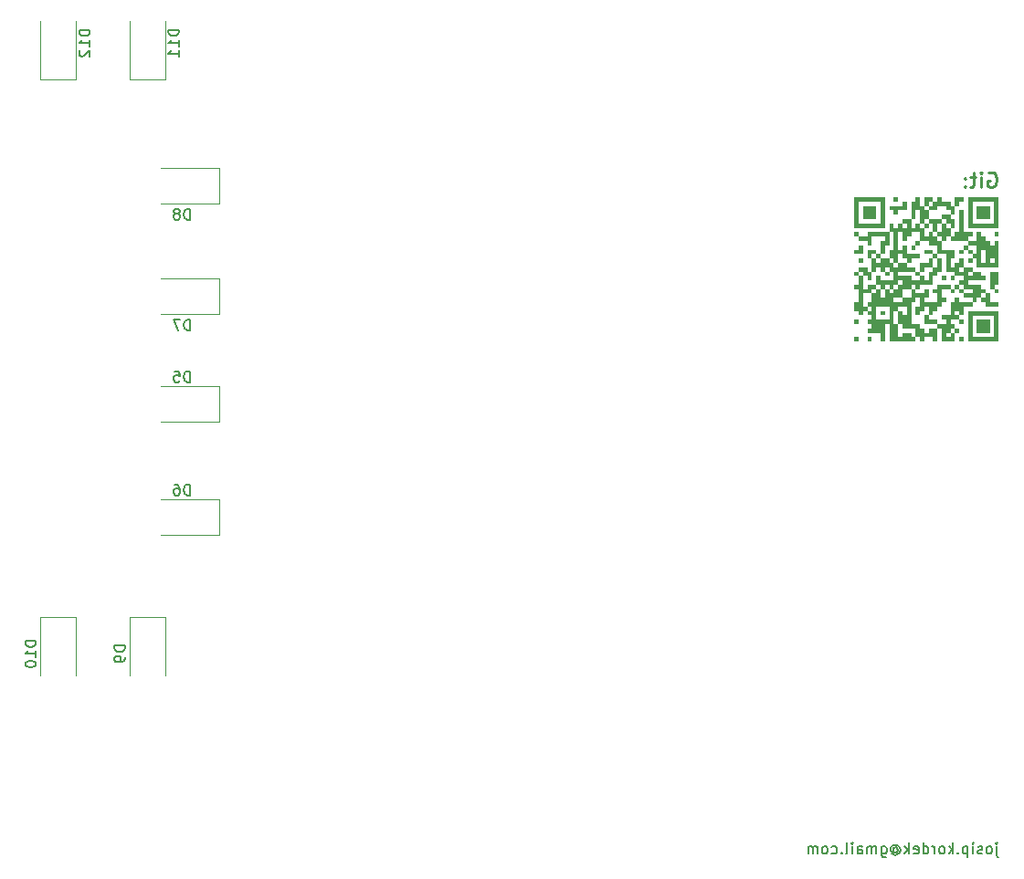
<source format=gbr>
%TF.GenerationSoftware,KiCad,Pcbnew,(6.0.10)*%
%TF.CreationDate,2023-01-19T10:13:04+01:00*%
%TF.ProjectId,myDAQExpansionBoard,6d794441-5145-4787-9061-6e73696f6e42,rev?*%
%TF.SameCoordinates,Original*%
%TF.FileFunction,Legend,Bot*%
%TF.FilePolarity,Positive*%
%FSLAX46Y46*%
G04 Gerber Fmt 4.6, Leading zero omitted, Abs format (unit mm)*
G04 Created by KiCad (PCBNEW (6.0.10)) date 2023-01-19 10:13:04*
%MOMM*%
%LPD*%
G01*
G04 APERTURE LIST*
%ADD10C,0.250000*%
%ADD11C,0.150000*%
%ADD12C,0.120000*%
G04 APERTURE END LIST*
D10*
X159950000Y-67300000D02*
X160083333Y-67233333D01*
X160283333Y-67233333D01*
X160483333Y-67300000D01*
X160616666Y-67433333D01*
X160683333Y-67566666D01*
X160750000Y-67833333D01*
X160750000Y-68033333D01*
X160683333Y-68300000D01*
X160616666Y-68433333D01*
X160483333Y-68566666D01*
X160283333Y-68633333D01*
X160150000Y-68633333D01*
X159950000Y-68566666D01*
X159883333Y-68500000D01*
X159883333Y-68033333D01*
X160150000Y-68033333D01*
X159283333Y-68633333D02*
X159283333Y-67700000D01*
X159283333Y-67233333D02*
X159350000Y-67300000D01*
X159283333Y-67366666D01*
X159216666Y-67300000D01*
X159283333Y-67233333D01*
X159283333Y-67366666D01*
X158816666Y-67700000D02*
X158283333Y-67700000D01*
X158616666Y-67233333D02*
X158616666Y-68433333D01*
X158550000Y-68566666D01*
X158416666Y-68633333D01*
X158283333Y-68633333D01*
X157816666Y-68500000D02*
X157750000Y-68566666D01*
X157816666Y-68633333D01*
X157883333Y-68566666D01*
X157816666Y-68500000D01*
X157816666Y-68633333D01*
X157816666Y-67766666D02*
X157750000Y-67833333D01*
X157816666Y-67900000D01*
X157883333Y-67833333D01*
X157816666Y-67766666D01*
X157816666Y-67900000D01*
D11*
X160738095Y-129785714D02*
X160738095Y-130642857D01*
X160785714Y-130738095D01*
X160880952Y-130785714D01*
X160928571Y-130785714D01*
X160738095Y-129452380D02*
X160785714Y-129500000D01*
X160738095Y-129547619D01*
X160690476Y-129500000D01*
X160738095Y-129452380D01*
X160738095Y-129547619D01*
X160119047Y-130452380D02*
X160214285Y-130404761D01*
X160261904Y-130357142D01*
X160309523Y-130261904D01*
X160309523Y-129976190D01*
X160261904Y-129880952D01*
X160214285Y-129833333D01*
X160119047Y-129785714D01*
X159976190Y-129785714D01*
X159880952Y-129833333D01*
X159833333Y-129880952D01*
X159785714Y-129976190D01*
X159785714Y-130261904D01*
X159833333Y-130357142D01*
X159880952Y-130404761D01*
X159976190Y-130452380D01*
X160119047Y-130452380D01*
X159404761Y-130404761D02*
X159309523Y-130452380D01*
X159119047Y-130452380D01*
X159023809Y-130404761D01*
X158976190Y-130309523D01*
X158976190Y-130261904D01*
X159023809Y-130166666D01*
X159119047Y-130119047D01*
X159261904Y-130119047D01*
X159357142Y-130071428D01*
X159404761Y-129976190D01*
X159404761Y-129928571D01*
X159357142Y-129833333D01*
X159261904Y-129785714D01*
X159119047Y-129785714D01*
X159023809Y-129833333D01*
X158547619Y-130452380D02*
X158547619Y-129785714D01*
X158547619Y-129452380D02*
X158595238Y-129500000D01*
X158547619Y-129547619D01*
X158500000Y-129500000D01*
X158547619Y-129452380D01*
X158547619Y-129547619D01*
X158071428Y-129785714D02*
X158071428Y-130785714D01*
X158071428Y-129833333D02*
X157976190Y-129785714D01*
X157785714Y-129785714D01*
X157690476Y-129833333D01*
X157642857Y-129880952D01*
X157595238Y-129976190D01*
X157595238Y-130261904D01*
X157642857Y-130357142D01*
X157690476Y-130404761D01*
X157785714Y-130452380D01*
X157976190Y-130452380D01*
X158071428Y-130404761D01*
X157166666Y-130357142D02*
X157119047Y-130404761D01*
X157166666Y-130452380D01*
X157214285Y-130404761D01*
X157166666Y-130357142D01*
X157166666Y-130452380D01*
X156690476Y-130452380D02*
X156690476Y-129452380D01*
X156595238Y-130071428D02*
X156309523Y-130452380D01*
X156309523Y-129785714D02*
X156690476Y-130166666D01*
X155738095Y-130452380D02*
X155833333Y-130404761D01*
X155880952Y-130357142D01*
X155928571Y-130261904D01*
X155928571Y-129976190D01*
X155880952Y-129880952D01*
X155833333Y-129833333D01*
X155738095Y-129785714D01*
X155595238Y-129785714D01*
X155500000Y-129833333D01*
X155452380Y-129880952D01*
X155404761Y-129976190D01*
X155404761Y-130261904D01*
X155452380Y-130357142D01*
X155500000Y-130404761D01*
X155595238Y-130452380D01*
X155738095Y-130452380D01*
X154976190Y-130452380D02*
X154976190Y-129785714D01*
X154976190Y-129976190D02*
X154928571Y-129880952D01*
X154880952Y-129833333D01*
X154785714Y-129785714D01*
X154690476Y-129785714D01*
X153928571Y-130452380D02*
X153928571Y-129452380D01*
X153928571Y-130404761D02*
X154023809Y-130452380D01*
X154214285Y-130452380D01*
X154309523Y-130404761D01*
X154357142Y-130357142D01*
X154404761Y-130261904D01*
X154404761Y-129976190D01*
X154357142Y-129880952D01*
X154309523Y-129833333D01*
X154214285Y-129785714D01*
X154023809Y-129785714D01*
X153928571Y-129833333D01*
X153071428Y-130404761D02*
X153166666Y-130452380D01*
X153357142Y-130452380D01*
X153452380Y-130404761D01*
X153500000Y-130309523D01*
X153500000Y-129928571D01*
X153452380Y-129833333D01*
X153357142Y-129785714D01*
X153166666Y-129785714D01*
X153071428Y-129833333D01*
X153023809Y-129928571D01*
X153023809Y-130023809D01*
X153500000Y-130119047D01*
X152595238Y-130452380D02*
X152595238Y-129452380D01*
X152500000Y-130071428D02*
X152214285Y-130452380D01*
X152214285Y-129785714D02*
X152595238Y-130166666D01*
X151166666Y-129976190D02*
X151214285Y-129928571D01*
X151309523Y-129880952D01*
X151404761Y-129880952D01*
X151500000Y-129928571D01*
X151547619Y-129976190D01*
X151595238Y-130071428D01*
X151595238Y-130166666D01*
X151547619Y-130261904D01*
X151500000Y-130309523D01*
X151404761Y-130357142D01*
X151309523Y-130357142D01*
X151214285Y-130309523D01*
X151166666Y-130261904D01*
X151166666Y-129880952D02*
X151166666Y-130261904D01*
X151119047Y-130309523D01*
X151071428Y-130309523D01*
X150976190Y-130261904D01*
X150928571Y-130166666D01*
X150928571Y-129928571D01*
X151023809Y-129785714D01*
X151166666Y-129690476D01*
X151357142Y-129642857D01*
X151547619Y-129690476D01*
X151690476Y-129785714D01*
X151785714Y-129928571D01*
X151833333Y-130119047D01*
X151785714Y-130309523D01*
X151690476Y-130452380D01*
X151547619Y-130547619D01*
X151357142Y-130595238D01*
X151166666Y-130547619D01*
X151023809Y-130452380D01*
X150071428Y-129785714D02*
X150071428Y-130595238D01*
X150119047Y-130690476D01*
X150166666Y-130738095D01*
X150261904Y-130785714D01*
X150404761Y-130785714D01*
X150500000Y-130738095D01*
X150071428Y-130404761D02*
X150166666Y-130452380D01*
X150357142Y-130452380D01*
X150452380Y-130404761D01*
X150500000Y-130357142D01*
X150547619Y-130261904D01*
X150547619Y-129976190D01*
X150500000Y-129880952D01*
X150452380Y-129833333D01*
X150357142Y-129785714D01*
X150166666Y-129785714D01*
X150071428Y-129833333D01*
X149595238Y-130452380D02*
X149595238Y-129785714D01*
X149595238Y-129880952D02*
X149547619Y-129833333D01*
X149452380Y-129785714D01*
X149309523Y-129785714D01*
X149214285Y-129833333D01*
X149166666Y-129928571D01*
X149166666Y-130452380D01*
X149166666Y-129928571D02*
X149119047Y-129833333D01*
X149023809Y-129785714D01*
X148880952Y-129785714D01*
X148785714Y-129833333D01*
X148738095Y-129928571D01*
X148738095Y-130452380D01*
X147833333Y-130452380D02*
X147833333Y-129928571D01*
X147880952Y-129833333D01*
X147976190Y-129785714D01*
X148166666Y-129785714D01*
X148261904Y-129833333D01*
X147833333Y-130404761D02*
X147928571Y-130452380D01*
X148166666Y-130452380D01*
X148261904Y-130404761D01*
X148309523Y-130309523D01*
X148309523Y-130214285D01*
X148261904Y-130119047D01*
X148166666Y-130071428D01*
X147928571Y-130071428D01*
X147833333Y-130023809D01*
X147357142Y-130452380D02*
X147357142Y-129785714D01*
X147357142Y-129452380D02*
X147404761Y-129500000D01*
X147357142Y-129547619D01*
X147309523Y-129500000D01*
X147357142Y-129452380D01*
X147357142Y-129547619D01*
X146738095Y-130452380D02*
X146833333Y-130404761D01*
X146880952Y-130309523D01*
X146880952Y-129452380D01*
X146357142Y-130357142D02*
X146309523Y-130404761D01*
X146357142Y-130452380D01*
X146404761Y-130404761D01*
X146357142Y-130357142D01*
X146357142Y-130452380D01*
X145452380Y-130404761D02*
X145547619Y-130452380D01*
X145738095Y-130452380D01*
X145833333Y-130404761D01*
X145880952Y-130357142D01*
X145928571Y-130261904D01*
X145928571Y-129976190D01*
X145880952Y-129880952D01*
X145833333Y-129833333D01*
X145738095Y-129785714D01*
X145547619Y-129785714D01*
X145452380Y-129833333D01*
X144880952Y-130452380D02*
X144976190Y-130404761D01*
X145023809Y-130357142D01*
X145071428Y-130261904D01*
X145071428Y-129976190D01*
X145023809Y-129880952D01*
X144976190Y-129833333D01*
X144880952Y-129785714D01*
X144738095Y-129785714D01*
X144642857Y-129833333D01*
X144595238Y-129880952D01*
X144547619Y-129976190D01*
X144547619Y-130261904D01*
X144595238Y-130357142D01*
X144642857Y-130404761D01*
X144738095Y-130452380D01*
X144880952Y-130452380D01*
X144119047Y-130452380D02*
X144119047Y-129785714D01*
X144119047Y-129880952D02*
X144071428Y-129833333D01*
X143976190Y-129785714D01*
X143833333Y-129785714D01*
X143738095Y-129833333D01*
X143690476Y-129928571D01*
X143690476Y-130452380D01*
X143690476Y-129928571D02*
X143642857Y-129833333D01*
X143547619Y-129785714D01*
X143404761Y-129785714D01*
X143309523Y-129833333D01*
X143261904Y-129928571D01*
X143261904Y-130452380D01*
%TO.C,D6*%
X85988095Y-97202380D02*
X85988095Y-96202380D01*
X85750000Y-96202380D01*
X85607142Y-96250000D01*
X85511904Y-96345238D01*
X85464285Y-96440476D01*
X85416666Y-96630952D01*
X85416666Y-96773809D01*
X85464285Y-96964285D01*
X85511904Y-97059523D01*
X85607142Y-97154761D01*
X85750000Y-97202380D01*
X85988095Y-97202380D01*
X84559523Y-96202380D02*
X84750000Y-96202380D01*
X84845238Y-96250000D01*
X84892857Y-96297619D01*
X84988095Y-96440476D01*
X85035714Y-96630952D01*
X85035714Y-97011904D01*
X84988095Y-97107142D01*
X84940476Y-97154761D01*
X84845238Y-97202380D01*
X84654761Y-97202380D01*
X84559523Y-97154761D01*
X84511904Y-97107142D01*
X84464285Y-97011904D01*
X84464285Y-96773809D01*
X84511904Y-96678571D01*
X84559523Y-96630952D01*
X84654761Y-96583333D01*
X84845238Y-96583333D01*
X84940476Y-96630952D01*
X84988095Y-96678571D01*
X85035714Y-96773809D01*
%TO.C,D5*%
X85988095Y-86702380D02*
X85988095Y-85702380D01*
X85750000Y-85702380D01*
X85607142Y-85750000D01*
X85511904Y-85845238D01*
X85464285Y-85940476D01*
X85416666Y-86130952D01*
X85416666Y-86273809D01*
X85464285Y-86464285D01*
X85511904Y-86559523D01*
X85607142Y-86654761D01*
X85750000Y-86702380D01*
X85988095Y-86702380D01*
X84511904Y-85702380D02*
X84988095Y-85702380D01*
X85035714Y-86178571D01*
X84988095Y-86130952D01*
X84892857Y-86083333D01*
X84654761Y-86083333D01*
X84559523Y-86130952D01*
X84511904Y-86178571D01*
X84464285Y-86273809D01*
X84464285Y-86511904D01*
X84511904Y-86607142D01*
X84559523Y-86654761D01*
X84654761Y-86702380D01*
X84892857Y-86702380D01*
X84988095Y-86654761D01*
X85035714Y-86607142D01*
%TO.C,D10*%
X71702380Y-110685714D02*
X70702380Y-110685714D01*
X70702380Y-110923809D01*
X70750000Y-111066666D01*
X70845238Y-111161904D01*
X70940476Y-111209523D01*
X71130952Y-111257142D01*
X71273809Y-111257142D01*
X71464285Y-111209523D01*
X71559523Y-111161904D01*
X71654761Y-111066666D01*
X71702380Y-110923809D01*
X71702380Y-110685714D01*
X71702380Y-112209523D02*
X71702380Y-111638095D01*
X71702380Y-111923809D02*
X70702380Y-111923809D01*
X70845238Y-111828571D01*
X70940476Y-111733333D01*
X70988095Y-111638095D01*
X70702380Y-112828571D02*
X70702380Y-112923809D01*
X70750000Y-113019047D01*
X70797619Y-113066666D01*
X70892857Y-113114285D01*
X71083333Y-113161904D01*
X71321428Y-113161904D01*
X71511904Y-113114285D01*
X71607142Y-113066666D01*
X71654761Y-113019047D01*
X71702380Y-112923809D01*
X71702380Y-112828571D01*
X71654761Y-112733333D01*
X71607142Y-112685714D01*
X71511904Y-112638095D01*
X71321428Y-112590476D01*
X71083333Y-112590476D01*
X70892857Y-112638095D01*
X70797619Y-112685714D01*
X70750000Y-112733333D01*
X70702380Y-112828571D01*
%TO.C,D11*%
X84952380Y-54035714D02*
X83952380Y-54035714D01*
X83952380Y-54273809D01*
X84000000Y-54416666D01*
X84095238Y-54511904D01*
X84190476Y-54559523D01*
X84380952Y-54607142D01*
X84523809Y-54607142D01*
X84714285Y-54559523D01*
X84809523Y-54511904D01*
X84904761Y-54416666D01*
X84952380Y-54273809D01*
X84952380Y-54035714D01*
X84952380Y-55559523D02*
X84952380Y-54988095D01*
X84952380Y-55273809D02*
X83952380Y-55273809D01*
X84095238Y-55178571D01*
X84190476Y-55083333D01*
X84238095Y-54988095D01*
X84952380Y-56511904D02*
X84952380Y-55940476D01*
X84952380Y-56226190D02*
X83952380Y-56226190D01*
X84095238Y-56130952D01*
X84190476Y-56035714D01*
X84238095Y-55940476D01*
%TO.C,D9*%
X79952380Y-111161904D02*
X78952380Y-111161904D01*
X78952380Y-111400000D01*
X79000000Y-111542857D01*
X79095238Y-111638095D01*
X79190476Y-111685714D01*
X79380952Y-111733333D01*
X79523809Y-111733333D01*
X79714285Y-111685714D01*
X79809523Y-111638095D01*
X79904761Y-111542857D01*
X79952380Y-111400000D01*
X79952380Y-111161904D01*
X79952380Y-112209523D02*
X79952380Y-112400000D01*
X79904761Y-112495238D01*
X79857142Y-112542857D01*
X79714285Y-112638095D01*
X79523809Y-112685714D01*
X79142857Y-112685714D01*
X79047619Y-112638095D01*
X79000000Y-112590476D01*
X78952380Y-112495238D01*
X78952380Y-112304761D01*
X79000000Y-112209523D01*
X79047619Y-112161904D01*
X79142857Y-112114285D01*
X79380952Y-112114285D01*
X79476190Y-112161904D01*
X79523809Y-112209523D01*
X79571428Y-112304761D01*
X79571428Y-112495238D01*
X79523809Y-112590476D01*
X79476190Y-112638095D01*
X79380952Y-112685714D01*
%TO.C,D7*%
X85988095Y-81902380D02*
X85988095Y-80902380D01*
X85750000Y-80902380D01*
X85607142Y-80950000D01*
X85511904Y-81045238D01*
X85464285Y-81140476D01*
X85416666Y-81330952D01*
X85416666Y-81473809D01*
X85464285Y-81664285D01*
X85511904Y-81759523D01*
X85607142Y-81854761D01*
X85750000Y-81902380D01*
X85988095Y-81902380D01*
X85083333Y-80902380D02*
X84416666Y-80902380D01*
X84845238Y-81902380D01*
%TO.C,D12*%
X76702380Y-54035714D02*
X75702380Y-54035714D01*
X75702380Y-54273809D01*
X75750000Y-54416666D01*
X75845238Y-54511904D01*
X75940476Y-54559523D01*
X76130952Y-54607142D01*
X76273809Y-54607142D01*
X76464285Y-54559523D01*
X76559523Y-54511904D01*
X76654761Y-54416666D01*
X76702380Y-54273809D01*
X76702380Y-54035714D01*
X76702380Y-55559523D02*
X76702380Y-54988095D01*
X76702380Y-55273809D02*
X75702380Y-55273809D01*
X75845238Y-55178571D01*
X75940476Y-55083333D01*
X75988095Y-54988095D01*
X75797619Y-55940476D02*
X75750000Y-55988095D01*
X75702380Y-56083333D01*
X75702380Y-56321428D01*
X75750000Y-56416666D01*
X75797619Y-56464285D01*
X75892857Y-56511904D01*
X75988095Y-56511904D01*
X76130952Y-56464285D01*
X76702380Y-55892857D01*
X76702380Y-56511904D01*
%TO.C,D8*%
X85988095Y-71652380D02*
X85988095Y-70652380D01*
X85750000Y-70652380D01*
X85607142Y-70700000D01*
X85511904Y-70795238D01*
X85464285Y-70890476D01*
X85416666Y-71080952D01*
X85416666Y-71223809D01*
X85464285Y-71414285D01*
X85511904Y-71509523D01*
X85607142Y-71604761D01*
X85750000Y-71652380D01*
X85988095Y-71652380D01*
X84845238Y-71080952D02*
X84940476Y-71033333D01*
X84988095Y-70985714D01*
X85035714Y-70890476D01*
X85035714Y-70842857D01*
X84988095Y-70747619D01*
X84940476Y-70700000D01*
X84845238Y-70652380D01*
X84654761Y-70652380D01*
X84559523Y-70700000D01*
X84511904Y-70747619D01*
X84464285Y-70842857D01*
X84464285Y-70890476D01*
X84511904Y-70985714D01*
X84559523Y-71033333D01*
X84654761Y-71080952D01*
X84845238Y-71080952D01*
X84940476Y-71128571D01*
X84988095Y-71176190D01*
X85035714Y-71271428D01*
X85035714Y-71461904D01*
X84988095Y-71557142D01*
X84940476Y-71604761D01*
X84845238Y-71652380D01*
X84654761Y-71652380D01*
X84559523Y-71604761D01*
X84511904Y-71557142D01*
X84464285Y-71461904D01*
X84464285Y-71271428D01*
X84511904Y-71176190D01*
X84559523Y-71128571D01*
X84654761Y-71080952D01*
D12*
%TO.C,D6*%
X88650000Y-100900000D02*
X83250000Y-100900000D01*
X88650000Y-97600000D02*
X88650000Y-100900000D01*
X88650000Y-97600000D02*
X83250000Y-97600000D01*
%TO.C,G\u002A\u002A\u002A*%
G36*
X149580690Y-71593770D02*
G01*
X148364315Y-71593770D01*
X148364315Y-70377395D01*
X149580690Y-70377395D01*
X149580690Y-71593770D01*
G37*
G36*
X157689856Y-74837436D02*
G01*
X157284397Y-74837436D01*
X157284397Y-74431978D01*
X157689856Y-74431978D01*
X157689856Y-74837436D01*
G37*
G36*
X155662564Y-71999228D02*
G01*
X155257106Y-71999228D01*
X155257106Y-72810144D01*
X154851648Y-72810144D01*
X154851648Y-71999228D01*
X154446189Y-71999228D01*
X154446189Y-71593770D01*
X155662564Y-71593770D01*
X155662564Y-71999228D01*
G37*
G36*
X147958857Y-73215603D02*
G01*
X147553398Y-73215603D01*
X147553398Y-72810144D01*
X147958857Y-72810144D01*
X147958857Y-73215603D01*
G37*
G36*
X157689856Y-81324769D02*
G01*
X157284397Y-81324769D01*
X157284397Y-80919310D01*
X157689856Y-80919310D01*
X157689856Y-81324769D01*
G37*
G36*
X160933522Y-78486560D02*
G01*
X160528064Y-78486560D01*
X160528064Y-78081102D01*
X160933522Y-78081102D01*
X160933522Y-78486560D01*
G37*
G36*
X160933522Y-77675644D02*
G01*
X160528064Y-77675644D01*
X160528064Y-78081102D01*
X160122605Y-78081102D01*
X160122605Y-76459269D01*
X160933522Y-76459269D01*
X160933522Y-77675644D01*
G37*
G36*
X152418898Y-70782853D02*
G01*
X151607981Y-70782853D01*
X151607981Y-71188311D01*
X151202523Y-71188311D01*
X151202523Y-70782853D01*
X150797065Y-70782853D01*
X150797065Y-70377395D01*
X152013440Y-70377395D01*
X152013440Y-69971936D01*
X152418898Y-69971936D01*
X152418898Y-70782853D01*
G37*
G36*
X157689856Y-78486560D02*
G01*
X157284397Y-78486560D01*
X157284397Y-78081102D01*
X157689856Y-78081102D01*
X157689856Y-78486560D01*
G37*
G36*
X147553398Y-72404686D02*
G01*
X147553398Y-71973069D01*
X147985015Y-71973069D01*
X149959989Y-71973069D01*
X149959989Y-69998095D01*
X147985015Y-69998095D01*
X147985015Y-71973069D01*
X147553398Y-71973069D01*
X147553398Y-69566478D01*
X150391606Y-69566478D01*
X150391606Y-72404686D01*
X147553398Y-72404686D01*
G37*
G36*
X154446189Y-72404686D02*
G01*
X154040731Y-72404686D01*
X154040731Y-71999228D01*
X154446189Y-71999228D01*
X154446189Y-72404686D01*
G37*
G36*
X148364315Y-74837436D02*
G01*
X147553398Y-74837436D01*
X147553398Y-74431978D01*
X147958857Y-74431978D01*
X147958857Y-74026519D01*
X148364315Y-74026519D01*
X148364315Y-74837436D01*
G37*
G36*
X155257106Y-75242894D02*
G01*
X154851648Y-75242894D01*
X154851648Y-74837436D01*
X155257106Y-74837436D01*
X155257106Y-75242894D01*
G37*
G36*
X153229814Y-74431978D02*
G01*
X152824356Y-74431978D01*
X152824356Y-74026519D01*
X153229814Y-74026519D01*
X153229814Y-74431978D01*
G37*
G36*
X158906230Y-76053811D02*
G01*
X158906230Y-75648352D01*
X159311689Y-75648352D01*
X160528064Y-75648352D01*
X160528064Y-75242894D01*
X160122605Y-75242894D01*
X160122605Y-75648352D01*
X159717147Y-75648352D01*
X159717147Y-74431978D01*
X159311689Y-74431978D01*
X159311689Y-75648352D01*
X158906230Y-75648352D01*
X158906230Y-75242894D01*
X158500772Y-75242894D01*
X158500772Y-74837436D01*
X158095314Y-74837436D01*
X158095314Y-74431978D01*
X158500772Y-74431978D01*
X158500772Y-74837436D01*
X158906230Y-74837436D01*
X158906230Y-74026519D01*
X158095314Y-74026519D01*
X158095314Y-74431978D01*
X157689856Y-74431978D01*
X157689856Y-74026519D01*
X158095314Y-74026519D01*
X158095314Y-73621061D01*
X158906230Y-73621061D01*
X158906230Y-72810144D01*
X159311689Y-72810144D01*
X159311689Y-73215603D01*
X159717147Y-73215603D01*
X159717147Y-73621061D01*
X160122605Y-73621061D01*
X160122605Y-74026519D01*
X160528064Y-74026519D01*
X160528064Y-73621061D01*
X160933522Y-73621061D01*
X160933522Y-76053811D01*
X158906230Y-76053811D01*
G37*
G36*
X150797065Y-74026519D02*
G01*
X150391606Y-74026519D01*
X150391606Y-74837436D01*
X149986148Y-74837436D01*
X149986148Y-73621061D01*
X150391606Y-73621061D01*
X150391606Y-73215603D01*
X149175231Y-73215603D01*
X149175231Y-74026519D01*
X148769773Y-74026519D01*
X148769773Y-73621061D01*
X147958857Y-73621061D01*
X147958857Y-73215603D01*
X148769773Y-73215603D01*
X148769773Y-72810144D01*
X150797065Y-72810144D01*
X150797065Y-74026519D01*
G37*
G36*
X147958857Y-76864727D02*
G01*
X147553398Y-76864727D01*
X147553398Y-76459269D01*
X147958857Y-76459269D01*
X147958857Y-76864727D01*
G37*
G36*
X147958857Y-82946602D02*
G01*
X147553398Y-82946602D01*
X147553398Y-82541143D01*
X147958857Y-82541143D01*
X147958857Y-82946602D01*
G37*
G36*
X158095314Y-72404686D02*
G01*
X158095314Y-71973069D01*
X158526931Y-71973069D01*
X160501905Y-71973069D01*
X160501905Y-69998095D01*
X158526931Y-69998095D01*
X158526931Y-71973069D01*
X158095314Y-71973069D01*
X158095314Y-69566478D01*
X160933522Y-69566478D01*
X160933522Y-72404686D01*
X158095314Y-72404686D01*
G37*
G36*
X160122605Y-82135685D02*
G01*
X158906230Y-82135685D01*
X158906230Y-80919310D01*
X160122605Y-80919310D01*
X160122605Y-82135685D01*
G37*
G36*
X160933522Y-73215603D02*
G01*
X160528064Y-73215603D01*
X160528064Y-72810144D01*
X160933522Y-72810144D01*
X160933522Y-73215603D01*
G37*
G36*
X150391606Y-80513852D02*
G01*
X149986148Y-80513852D01*
X149986148Y-80108394D01*
X150391606Y-80108394D01*
X150391606Y-80513852D01*
G37*
G36*
X156068022Y-77270186D02*
G01*
X155662564Y-77270186D01*
X155662564Y-76864727D01*
X156068022Y-76864727D01*
X156068022Y-77270186D01*
G37*
G36*
X154851648Y-76053811D02*
G01*
X154040731Y-76053811D01*
X154040731Y-76459269D01*
X153635273Y-76459269D01*
X153635273Y-75648352D01*
X154446189Y-75648352D01*
X154446189Y-75242894D01*
X154851648Y-75242894D01*
X154851648Y-76053811D01*
G37*
G36*
X150797065Y-76864727D02*
G01*
X150391606Y-76864727D01*
X150391606Y-76459269D01*
X150797065Y-76459269D01*
X150797065Y-76864727D01*
G37*
G36*
X153635273Y-76864727D02*
G01*
X153229814Y-76864727D01*
X153229814Y-76459269D01*
X153635273Y-76459269D01*
X153635273Y-76864727D01*
G37*
G36*
X148364315Y-75648352D02*
G01*
X147958857Y-75648352D01*
X147958857Y-75242894D01*
X148364315Y-75242894D01*
X148364315Y-75648352D01*
G37*
G36*
X157284397Y-78081102D02*
G01*
X156878939Y-78081102D01*
X156878939Y-77675644D01*
X157284397Y-77675644D01*
X157284397Y-78081102D01*
G37*
G36*
X154851648Y-74837436D02*
G01*
X154040731Y-74837436D01*
X154040731Y-74431978D01*
X154851648Y-74431978D01*
X154851648Y-74837436D01*
G37*
G36*
X160122605Y-71593770D02*
G01*
X158906230Y-71593770D01*
X158906230Y-70377395D01*
X160122605Y-70377395D01*
X160122605Y-71593770D01*
G37*
G36*
X157689856Y-69971936D02*
G01*
X157284397Y-69971936D01*
X157284397Y-70377395D01*
X156878939Y-70377395D01*
X156878939Y-69566478D01*
X157689856Y-69566478D01*
X157689856Y-69971936D01*
G37*
G36*
X156878939Y-77270186D02*
G01*
X156473481Y-77270186D01*
X156473481Y-76864727D01*
X156878939Y-76864727D01*
X156878939Y-77270186D01*
G37*
G36*
X149175231Y-82946602D02*
G01*
X148769773Y-82946602D01*
X148769773Y-82541143D01*
X149175231Y-82541143D01*
X149175231Y-82946602D01*
G37*
G36*
X157689856Y-82946602D02*
G01*
X157284397Y-82946602D01*
X157284397Y-82541143D01*
X157689856Y-82541143D01*
X157689856Y-82946602D01*
G37*
G36*
X156878939Y-78486560D02*
G01*
X156473481Y-78486560D01*
X156473481Y-78081102D01*
X156878939Y-78081102D01*
X156878939Y-78486560D01*
G37*
G36*
X147958857Y-81324769D02*
G01*
X147553398Y-81324769D01*
X147553398Y-80919310D01*
X147958857Y-80919310D01*
X147958857Y-81324769D01*
G37*
G36*
X157689856Y-72810144D02*
G01*
X158500772Y-72810144D01*
X158500772Y-73215603D01*
X158095314Y-73215603D01*
X158095314Y-73621061D01*
X156473481Y-73621061D01*
X156473481Y-73215603D01*
X156878939Y-73215603D01*
X156878939Y-72810144D01*
X157284397Y-72810144D01*
X157284397Y-70782853D01*
X157689856Y-70782853D01*
X157689856Y-72810144D01*
G37*
G36*
X153635273Y-74026519D02*
G01*
X153229814Y-74026519D01*
X153229814Y-73621061D01*
X153635273Y-73621061D01*
X153635273Y-74026519D01*
G37*
G36*
X159717147Y-78486560D02*
G01*
X160122605Y-78486560D01*
X160122605Y-79297477D01*
X160933522Y-79297477D01*
X160933522Y-79702935D01*
X159717147Y-79702935D01*
X159717147Y-79297477D01*
X159311689Y-79297477D01*
X159311689Y-78892019D01*
X159717147Y-78892019D01*
X159717147Y-78486560D01*
G37*
G36*
X149986148Y-75242894D02*
G01*
X150797065Y-75242894D01*
X150797065Y-74431978D01*
X151202523Y-74431978D01*
X151202523Y-72810144D01*
X150797065Y-72810144D01*
X150797065Y-71999228D01*
X151202523Y-71999228D01*
X151202523Y-72404686D01*
X151607981Y-72404686D01*
X152013440Y-72404686D01*
X152418898Y-72404686D01*
X152418898Y-71999228D01*
X152013440Y-71999228D01*
X152013440Y-72404686D01*
X151607981Y-72404686D01*
X151607981Y-71999228D01*
X152013440Y-71999228D01*
X152013440Y-71593770D01*
X152824356Y-71593770D01*
X152824356Y-69971936D01*
X153229814Y-69971936D01*
X153229814Y-69566478D01*
X153635273Y-69566478D01*
X153635273Y-70377395D01*
X154040731Y-70377395D01*
X154040731Y-69566478D01*
X154851648Y-69566478D01*
X154851648Y-69971936D01*
X155257106Y-69971936D01*
X155257106Y-69566478D01*
X155662564Y-69566478D01*
X155662564Y-69971936D01*
X156473481Y-69971936D01*
X156473481Y-70377395D01*
X156878939Y-70377395D01*
X156878939Y-71188311D01*
X156473481Y-71188311D01*
X156473481Y-70782853D01*
X156068022Y-70782853D01*
X156068022Y-70377395D01*
X155257106Y-70377395D01*
X155257106Y-70782853D01*
X154446189Y-70782853D01*
X154446189Y-70377395D01*
X154851648Y-70377395D01*
X154851648Y-69971936D01*
X154446189Y-69971936D01*
X154446189Y-70377395D01*
X154040731Y-70377395D01*
X154040731Y-70782853D01*
X154446189Y-70782853D01*
X154446189Y-71593770D01*
X154040731Y-71593770D01*
X154040731Y-71999228D01*
X153635273Y-71999228D01*
X153635273Y-70782853D01*
X153229814Y-70782853D01*
X153229814Y-71593770D01*
X152824356Y-71593770D01*
X152824356Y-72404686D01*
X153229814Y-72404686D01*
X153229814Y-71999228D01*
X153635273Y-71999228D01*
X153635273Y-72404686D01*
X154040731Y-72404686D01*
X154040731Y-73215603D01*
X154446189Y-73215603D01*
X154446189Y-72810144D01*
X154851648Y-72810144D01*
X154851648Y-73215603D01*
X155257106Y-73215603D01*
X155257106Y-72810144D01*
X155662564Y-72810144D01*
X155662564Y-71999228D01*
X156068022Y-71999228D01*
X156068022Y-71593770D01*
X155662564Y-71593770D01*
X155662564Y-71188311D01*
X156473481Y-71188311D01*
X156473481Y-71593770D01*
X156878939Y-71593770D01*
X156878939Y-72404686D01*
X156473481Y-72404686D01*
X156473481Y-71999228D01*
X156068022Y-71999228D01*
X156068022Y-72404686D01*
X156473481Y-72404686D01*
X156473481Y-73215603D01*
X156068022Y-73215603D01*
X156068022Y-73621061D01*
X155662564Y-73621061D01*
X155662564Y-73215603D01*
X155257106Y-73215603D01*
X155257106Y-73621061D01*
X155662564Y-73621061D01*
X155662564Y-74431978D01*
X156878939Y-74431978D01*
X156878939Y-75242894D01*
X156473481Y-75242894D01*
X156473481Y-76053811D01*
X156878939Y-76053811D01*
X156878939Y-75648352D01*
X157284397Y-75648352D01*
X157284397Y-75242894D01*
X157689856Y-75242894D01*
X157689856Y-76053811D01*
X157284397Y-76053811D01*
X157284397Y-76459269D01*
X157689856Y-76459269D01*
X157689856Y-76053811D01*
X158500772Y-76053811D01*
X158500772Y-76459269D01*
X159311689Y-76459269D01*
X159311689Y-76864727D01*
X159717147Y-76864727D01*
X159717147Y-77270186D01*
X158095314Y-77270186D01*
X158095314Y-77675644D01*
X159311689Y-77675644D01*
X159311689Y-78081102D01*
X159717147Y-78081102D01*
X159717147Y-78486560D01*
X159311689Y-78486560D01*
X159311689Y-78892019D01*
X158906230Y-78892019D01*
X158906230Y-79297477D01*
X158500772Y-79297477D01*
X158500772Y-78892019D01*
X157689856Y-78892019D01*
X157689856Y-78486560D01*
X158500772Y-78486560D01*
X158500772Y-78081102D01*
X157689856Y-78081102D01*
X157689856Y-77675644D01*
X157284397Y-77675644D01*
X157284397Y-77270186D01*
X157689856Y-77270186D01*
X157689856Y-76864727D01*
X158095314Y-76864727D01*
X158500772Y-76864727D01*
X158500772Y-76459269D01*
X158095314Y-76459269D01*
X158095314Y-76864727D01*
X157689856Y-76864727D01*
X156878939Y-76864727D01*
X156878939Y-76459269D01*
X156068022Y-76459269D01*
X156068022Y-74837436D01*
X155257106Y-74837436D01*
X155257106Y-74026519D01*
X154446189Y-74026519D01*
X154446189Y-73621061D01*
X153635273Y-73621061D01*
X153635273Y-72810144D01*
X152824356Y-72810144D01*
X152824356Y-73215603D01*
X152418898Y-73215603D01*
X152418898Y-73621061D01*
X152013440Y-73621061D01*
X152013440Y-72810144D01*
X151607981Y-72810144D01*
X151607981Y-74431978D01*
X152013440Y-74431978D01*
X152013440Y-74026519D01*
X152418898Y-74026519D01*
X152418898Y-74837436D01*
X153635273Y-74837436D01*
X153635273Y-75242894D01*
X152824356Y-75242894D01*
X152824356Y-75648352D01*
X152418898Y-75648352D01*
X152418898Y-75242894D01*
X152013440Y-75242894D01*
X152013440Y-74837436D01*
X151607981Y-74837436D01*
X151607981Y-75648352D01*
X152418898Y-75648352D01*
X152418898Y-76053811D01*
X153229814Y-76053811D01*
X153229814Y-76459269D01*
X151607981Y-76459269D01*
X151607981Y-76864727D01*
X152824356Y-76864727D01*
X152824356Y-77270186D01*
X153635273Y-77270186D01*
X153635273Y-76864727D01*
X154040731Y-76864727D01*
X154040731Y-77270186D01*
X154446189Y-77270186D01*
X154446189Y-76459269D01*
X154851648Y-76459269D01*
X154851648Y-76053811D01*
X155257106Y-76053811D01*
X155257106Y-75242894D01*
X155662564Y-75242894D01*
X155662564Y-76459269D01*
X155257106Y-76459269D01*
X155257106Y-76864727D01*
X154851648Y-76864727D01*
X154851648Y-77675644D01*
X153635273Y-77675644D01*
X153635273Y-78081102D01*
X153229814Y-78081102D01*
X153229814Y-77675644D01*
X152824356Y-77675644D01*
X152824356Y-78081102D01*
X153229814Y-78081102D01*
X153229814Y-78486560D01*
X154040731Y-78486560D01*
X154040731Y-78081102D01*
X154446189Y-78081102D01*
X154446189Y-78892019D01*
X154040731Y-78892019D01*
X154040731Y-79297477D01*
X155257106Y-79297477D01*
X155257106Y-78486560D01*
X154851648Y-78486560D01*
X154851648Y-78081102D01*
X155257106Y-78081102D01*
X155257106Y-77675644D01*
X156473481Y-77675644D01*
X156473481Y-78081102D01*
X155662564Y-78081102D01*
X155662564Y-78892019D01*
X156068022Y-78892019D01*
X156068022Y-79297477D01*
X155662564Y-79297477D01*
X155662564Y-79702935D01*
X155257106Y-79702935D01*
X155257106Y-80108394D01*
X154851648Y-80108394D01*
X154851648Y-80513852D01*
X154446189Y-80513852D01*
X154446189Y-79702935D01*
X154040731Y-79702935D01*
X154040731Y-80108394D01*
X153635273Y-80108394D01*
X153635273Y-80513852D01*
X153229814Y-80513852D01*
X153229814Y-79702935D01*
X153635273Y-79702935D01*
X153635273Y-78892019D01*
X153229814Y-78892019D01*
X153229814Y-79297477D01*
X152824356Y-79297477D01*
X152824356Y-81324769D01*
X153635273Y-81324769D01*
X153635273Y-81730227D01*
X154040731Y-81730227D01*
X154040731Y-82135685D01*
X154446189Y-82135685D01*
X154446189Y-81730227D01*
X155257106Y-81730227D01*
X155257106Y-82946602D01*
X154851648Y-82946602D01*
X154851648Y-82541143D01*
X154040731Y-82541143D01*
X154040731Y-82946602D01*
X153635273Y-82946602D01*
X153635273Y-82541143D01*
X153229814Y-82541143D01*
X153229814Y-81730227D01*
X152013440Y-81730227D01*
X152013440Y-81324769D01*
X151607981Y-81324769D01*
X151607981Y-80108394D01*
X152013440Y-80108394D01*
X152013440Y-80513852D01*
X152418898Y-80513852D01*
X152418898Y-79702935D01*
X151607981Y-79702935D01*
X151607981Y-80108394D01*
X151202523Y-80108394D01*
X151202523Y-81324769D01*
X151607981Y-81324769D01*
X151607981Y-82541143D01*
X152013440Y-82541143D01*
X152013440Y-82135685D01*
X152824356Y-82135685D01*
X152824356Y-82541143D01*
X153229814Y-82541143D01*
X153229814Y-82946602D01*
X150797065Y-82946602D01*
X150797065Y-81324769D01*
X150391606Y-81324769D01*
X150391606Y-82946602D01*
X149986148Y-82946602D01*
X149986148Y-82135685D01*
X148769773Y-82135685D01*
X148769773Y-81730227D01*
X149175231Y-81730227D01*
X149175231Y-81324769D01*
X148769773Y-81324769D01*
X148769773Y-80919310D01*
X149175231Y-80919310D01*
X149580690Y-80919310D01*
X150797065Y-80919310D01*
X150797065Y-79702935D01*
X149580690Y-79702935D01*
X149580690Y-80919310D01*
X149175231Y-80919310D01*
X149175231Y-80513852D01*
X148769773Y-80513852D01*
X148769773Y-80108394D01*
X149175231Y-80108394D01*
X149175231Y-79702935D01*
X148769773Y-79702935D01*
X148769773Y-80108394D01*
X148364315Y-80108394D01*
X148364315Y-80513852D01*
X147958857Y-80513852D01*
X147958857Y-80108394D01*
X147553398Y-80108394D01*
X147553398Y-79702935D01*
X148364315Y-79702935D01*
X148769773Y-79702935D01*
X148769773Y-79297477D01*
X152013440Y-79297477D01*
X152013440Y-78892019D01*
X152824356Y-78892019D01*
X152824356Y-78081102D01*
X152013440Y-78081102D01*
X152013440Y-78892019D01*
X151202523Y-78892019D01*
X151202523Y-79297477D01*
X149175231Y-79297477D01*
X149175231Y-78486560D01*
X149580690Y-78486560D01*
X149580690Y-78081102D01*
X149986148Y-78081102D01*
X149986148Y-78892019D01*
X150391606Y-78892019D01*
X150391606Y-78081102D01*
X150797065Y-78081102D01*
X150797065Y-78486560D01*
X151202523Y-78486560D01*
X151202523Y-78081102D01*
X151607981Y-78081102D01*
X151607981Y-77675644D01*
X152013440Y-77675644D01*
X152013440Y-77270186D01*
X151607981Y-77270186D01*
X151607981Y-77675644D01*
X151202523Y-77675644D01*
X151202523Y-78081102D01*
X150797065Y-78081102D01*
X150797065Y-77675644D01*
X150391606Y-77675644D01*
X150391606Y-78081102D01*
X149986148Y-78081102D01*
X149986148Y-77675644D01*
X149580690Y-77675644D01*
X149580690Y-78081102D01*
X149175231Y-78081102D01*
X149175231Y-78486560D01*
X148364315Y-78486560D01*
X148364315Y-79702935D01*
X147553398Y-79702935D01*
X147553398Y-79297477D01*
X147958857Y-79297477D01*
X147958857Y-78081102D01*
X148364315Y-78081102D01*
X148769773Y-78081102D01*
X148769773Y-77675644D01*
X149580690Y-77675644D01*
X149580690Y-76864727D01*
X149986148Y-76864727D01*
X149986148Y-77270186D01*
X151202523Y-77270186D01*
X151202523Y-76459269D01*
X150797065Y-76459269D01*
X150797065Y-76053811D01*
X150391606Y-76053811D01*
X150391606Y-76459269D01*
X149986148Y-76459269D01*
X149986148Y-76053811D01*
X149580690Y-76053811D01*
X149580690Y-76459269D01*
X149175231Y-76459269D01*
X149175231Y-77270186D01*
X148769773Y-77270186D01*
X148769773Y-76864727D01*
X148364315Y-76864727D01*
X148364315Y-78081102D01*
X147958857Y-78081102D01*
X147553398Y-78081102D01*
X147553398Y-77675644D01*
X147958857Y-77675644D01*
X147958857Y-76864727D01*
X148364315Y-76864727D01*
X148364315Y-76459269D01*
X147958857Y-76459269D01*
X147958857Y-76053811D01*
X148769773Y-76053811D01*
X148769773Y-76459269D01*
X149175231Y-76459269D01*
X149175231Y-75242894D01*
X148769773Y-75242894D01*
X148769773Y-74431978D01*
X149580690Y-74431978D01*
X149580690Y-74837436D01*
X149175231Y-74837436D01*
X149175231Y-75242894D01*
X149580690Y-75242894D01*
X149580690Y-75648352D01*
X149986148Y-75648352D01*
X150797065Y-75648352D01*
X151202523Y-75648352D01*
X151202523Y-76053811D01*
X151607981Y-76053811D01*
X151607981Y-75648352D01*
X151202523Y-75648352D01*
X151202523Y-75242894D01*
X150797065Y-75242894D01*
X150797065Y-75648352D01*
X149986148Y-75648352D01*
X149986148Y-75242894D01*
X149580690Y-75242894D01*
X149580690Y-74837436D01*
X149986148Y-74837436D01*
X149986148Y-75242894D01*
G37*
G36*
X154446189Y-80919310D02*
G01*
X155257106Y-80919310D01*
X155257106Y-81324769D01*
X154040731Y-81324769D01*
X154040731Y-80513852D01*
X154446189Y-80513852D01*
X154446189Y-80919310D01*
G37*
G36*
X151607981Y-69971936D02*
G01*
X151202523Y-69971936D01*
X151202523Y-69566478D01*
X151607981Y-69566478D01*
X151607981Y-69971936D01*
G37*
G36*
X158500772Y-75648352D02*
G01*
X158095314Y-75648352D01*
X158095314Y-75242894D01*
X158500772Y-75242894D01*
X158500772Y-75648352D01*
G37*
G36*
X156473481Y-82135685D02*
G01*
X156878939Y-82135685D01*
X156878939Y-82946602D01*
X155662564Y-82946602D01*
X155662564Y-81730227D01*
X155257106Y-81730227D01*
X155257106Y-81324769D01*
X156068022Y-81324769D01*
X156068022Y-80919310D01*
X155662564Y-80919310D01*
X155662564Y-80513852D01*
X156473481Y-80513852D01*
X156473481Y-79297477D01*
X156878939Y-79297477D01*
X156878939Y-78892019D01*
X157284397Y-78892019D01*
X157284397Y-79297477D01*
X158500772Y-79297477D01*
X158500772Y-79702935D01*
X157689856Y-79702935D01*
X157689856Y-80513852D01*
X157284397Y-80513852D01*
X157284397Y-80108394D01*
X156878939Y-80108394D01*
X156878939Y-80513852D01*
X157284397Y-80513852D01*
X157284397Y-80919310D01*
X156473481Y-80919310D01*
X156473481Y-81324769D01*
X156878939Y-81324769D01*
X156878939Y-81730227D01*
X156473481Y-81730227D01*
X156473481Y-82135685D01*
X156068022Y-82135685D01*
X156068022Y-82541143D01*
X156473481Y-82541143D01*
X156473481Y-82135685D01*
G37*
G36*
X157284397Y-81730227D02*
G01*
X157284397Y-82135685D01*
X156878939Y-82135685D01*
X156878939Y-81730227D01*
X157284397Y-81730227D01*
G37*
G36*
X158095314Y-82946602D02*
G01*
X158095314Y-82514985D01*
X158526931Y-82514985D01*
X160501905Y-82514985D01*
X160501905Y-80540011D01*
X158526931Y-80540011D01*
X158526931Y-82514985D01*
X158095314Y-82514985D01*
X158095314Y-80108394D01*
X160933522Y-80108394D01*
X160933522Y-82946602D01*
X158095314Y-82946602D01*
G37*
%TO.C,D5*%
X88650000Y-87100000D02*
X83250000Y-87100000D01*
X88650000Y-90400000D02*
X83250000Y-90400000D01*
X88650000Y-87100000D02*
X88650000Y-90400000D01*
%TO.C,D10*%
X72100000Y-108500000D02*
X72100000Y-113900000D01*
X72100000Y-108500000D02*
X75400000Y-108500000D01*
X75400000Y-108500000D02*
X75400000Y-113900000D01*
%TO.C,D11*%
X80350000Y-58650000D02*
X80350000Y-53250000D01*
X83650000Y-58650000D02*
X83650000Y-53250000D01*
X83650000Y-58650000D02*
X80350000Y-58650000D01*
%TO.C,D9*%
X83650000Y-108500000D02*
X83650000Y-113900000D01*
X80350000Y-108500000D02*
X83650000Y-108500000D01*
X80350000Y-108500000D02*
X80350000Y-113900000D01*
%TO.C,D7*%
X88650000Y-77100000D02*
X88650000Y-80400000D01*
X88650000Y-80400000D02*
X83250000Y-80400000D01*
X88650000Y-77100000D02*
X83250000Y-77100000D01*
%TO.C,D12*%
X75400000Y-58650000D02*
X72100000Y-58650000D01*
X75400000Y-58650000D02*
X75400000Y-53250000D01*
X72100000Y-58650000D02*
X72100000Y-53250000D01*
%TO.C,D8*%
X88650000Y-66850000D02*
X88650000Y-70150000D01*
X88650000Y-70150000D02*
X83250000Y-70150000D01*
X88650000Y-66850000D02*
X83250000Y-66850000D01*
%TD*%
M02*

</source>
